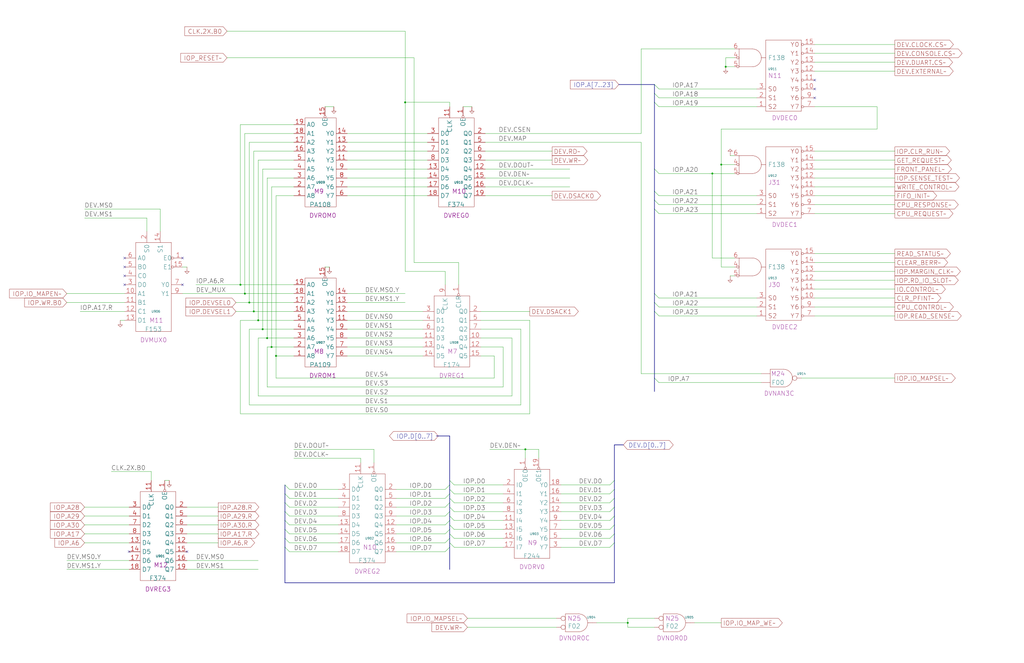
<source format=kicad_sch>
(kicad_sch (version 20211123) (generator eeschema)
  (paper "User" 584.2 378.46)
  (title_block (title "DEVICES\\nINTERFACE LOGIC") (date "22-SEP-90") (rev "2.0") (comment 1 "IOC") (comment 2 "232-003061") (comment 3 "S400") (comment 4 "RELEASED"))
  (lib_symbols
    (symbol "r1000:F00" (pin_numbers hide) (pin_names hide)
      (property "Reference" "U" (at 15.24 0 0))
      (property "Value" "F00" (at 1.905 -5.08 0))
      (property "Location" "___" (at 1.905 0 0))
      (property "Name" "______" (at 2.54 -12.7 0))
      (symbol "F00_1_1"
        (pin input line (at -7.62 0 0) (length 5.08) (name "D0") (number "1"))
        (pin input line (at -7.62 -5.08 0) (length 5.08) (name "D1") (number "2"))
        (pin output line (at 15.24 -2.54 180) (length 2.54) (name "Q") (number "3"))
      )
      (symbol "F00_1_2"
        (pin input line (at -7.62 0 0) (length 2.54) (name "D0") (number "1"))
        (pin input line (at -7.62 -5.08 0) (length 2.54) (name "D1") (number "2"))
        (pin output line (at 15.24 -2.54 180) (length 5.08) (name "Q") (number "3"))
      )
    )
    (symbol "r1000:F02" (pin_numbers hide) (pin_names hide)
      (property "Reference" "U" (at 12.16 0.635 0))
      (property "Value" "F02" (at -1.27 -4.445 0))
      (property "Location" "___" (at 2.54 0 0))
      (property "Name" "______" (at 2.54 -12.7 0))
      (symbol "F02_1_1"
        (pin input line (at -7.62 0 0) (length 2.54) (name "D0") (number "1"))
        (pin input line (at -7.62 -5.08 0) (length 2.54) (name "D1") (number "2"))
        (pin output line (at 15.24 -2.54 180) (length 1.27) (name "Q") (number "3"))
      )
      (symbol "F02_1_2"
        (pin input line (at -7.62 0 0) (length 2.54) (name "D0") (number "1"))
        (pin input line (at -7.62 -5.08 0) (length 2.54) (name "D1") (number "2"))
        (pin output line (at 15.24 -2.54 180) (length 2.54) (name "Q") (number "3"))
      )
    )
    (symbol "r1000:F138" (pin_names (offset 1.016) hide)
      (property "Reference" "U" (at 1.27 3.81 0))
      (property "Value" "F138" (at -1.27 10.16 0))
      (property "Location" "___" (at -1.27 0 0))
      (property "Name" "______" (at 8.255 -24.13 0))
      (symbol "F138_1_1"
        (text "0" (at 2.54 -7.62 0) (effects (font (size 2.54 2.54))))
        (text "0" (at 15.24 17.78 0) (effects (font (size 2.54 2.54))))
        (text "1" (at 2.54 -12.7 0) (effects (font (size 2.54 2.54))))
        (text "1" (at 15.24 12.7 0) (effects (font (size 2.54 2.54))))
        (text "2" (at 2.54 -17.78 0) (effects (font (size 2.54 2.54))))
        (text "2" (at 15.24 7.62 0) (effects (font (size 2.54 2.54))))
        (text "3" (at 15.24 2.54 0) (effects (font (size 2.54 2.54))))
        (text "4" (at 15.24 -2.54 0) (effects (font (size 2.54 2.54))))
        (text "5" (at 15.24 -7.62 0) (effects (font (size 2.54 2.54))))
        (text "6" (at 15.24 -12.7 0) (effects (font (size 2.54 2.54))))
        (text "7" (at 15.24 -17.78 0) (effects (font (size 2.54 2.54))))
        (text "S" (at 0 -17.78 0) (effects (font (size 2.54 2.54))))
        (text "S" (at 0 -12.7 0) (effects (font (size 2.54 2.54))))
        (text "S" (at 0 -7.62 0) (effects (font (size 2.54 2.54))))
        (text "Y" (at 12.7 -17.78 0) (effects (font (size 2.54 2.54))))
        (text "Y" (at 12.7 -12.7 0) (effects (font (size 2.54 2.54))))
        (text "Y" (at 12.7 -7.62 0) (effects (font (size 2.54 2.54))))
        (text "Y" (at 12.7 -2.54 0) (effects (font (size 2.54 2.54))))
        (text "Y" (at 12.7 2.54 0) (effects (font (size 2.54 2.54))))
        (text "Y" (at 12.7 7.62 0) (effects (font (size 2.54 2.54))))
        (text "Y" (at 12.7 12.7 0) (effects (font (size 2.54 2.54))))
        (text "Y" (at 12.7 17.78 0) (effects (font (size 2.54 2.54))))
        (pin input line (at -7.62 -17.78 0) (length 5.08) (name "S2") (number "1"))
        (pin output line (at 25.4 -7.62 180) (length 6.35) (name "Y5_") (number "10"))
        (pin output line (at 25.4 -2.54 180) (length 6.35) (name "Y4_") (number "11"))
        (pin output line (at 25.4 2.54 180) (length 6.35) (name "Y3_") (number "12"))
        (pin output line (at 25.4 7.62 180) (length 6.35) (name "Y2_") (number "13"))
        (pin output line (at 25.4 12.7 180) (length 6.35) (name "Y1_") (number "14"))
        (pin output line (at 25.4 17.78 180) (length 6.35) (name "Y0_") (number "15"))
        (pin input line (at -7.62 -12.7 0) (length 5.08) (name "S1") (number "2"))
        (pin input line (at -7.62 -7.62 0) (length 5.08) (name "S0") (number "3"))
        (pin input line (at -20.32 10.16 0) (length 1.27) (name "D1") (number "4"))
        (pin input line (at -20.32 5.08 0) (length 1.27) (name "D2") (number "5"))
        (pin input line (at -20.32 15.24 0) (length 1.27) (name "D0") (number "6"))
        (pin output line (at 25.4 -17.78 180) (length 6.35) (name "Y7_") (number "7"))
        (pin output line (at 25.4 -12.7 180) (length 6.35) (name "Y6_") (number "9"))
      )
    )
    (symbol "r1000:F153" (pin_names (offset 1.016))
      (property "Reference" "U" (at 2.54 5.08 0))
      (property "Value" "F153" (at -3.81 -5.08 0))
      (property "Location" "___" (at -1.27 0 0))
      (property "Name" "______" (at 1.27 -12.7 0))
      (symbol "F153_1_1"
        (pin input line (at 17.78 35.56 180) (length 5.08) (name "E0") (number "1"))
        (pin input line (at -15.24 15.24 0) (length 6.35) (name "A1") (number "10"))
        (pin input line (at -15.24 10.16 0) (length 6.35) (name "B1") (number "11"))
        (pin input line (at -15.24 5.08 0) (length 6.35) (name "C1") (number "12"))
        (pin input line (at -15.24 0 0) (length 6.35) (name "D1") (number "13"))
        (pin input line (at 5.08 50.8 270) (length 6.35) (name "S1") (number "14"))
        (pin input line (at 17.78 30.48 180) (length 5.08) (name "E1") (number "15"))
        (pin input line (at -2.54 50.8 270) (length 6.35) (name "S0") (number "2"))
        (pin input line (at -15.24 20.32 0) (length 6.35) (name "D0") (number "3"))
        (pin input line (at -15.24 25.4 0) (length 6.35) (name "C0") (number "4"))
        (pin input line (at -15.24 30.48 0) (length 6.35) (name "B0") (number "5"))
        (pin input line (at -15.24 35.56 0) (length 6.35) (name "A0") (number "6"))
        (pin output line (at 17.78 20.32 180) (length 6.35) (name "Y0") (number "7"))
        (pin output line (at 17.78 15.24 180) (length 6.35) (name "Y1") (number "9"))
      )
    )
    (symbol "r1000:F174" (pin_names (offset 1.016))
      (property "Reference" "U" (at 2.54 5.08 0))
      (property "Value" "F174" (at -3.81 -7.62 0))
      (property "Location" "___" (at -1.27 0 0))
      (property "Name" "______" (at 1.27 -15.24 0))
      (symbol "F174_1_1"
        (pin input line (at 5.08 38.1 270) (length 5.08) (name "CLR") (number "1"))
        (pin output line (at 17.78 7.62 180) (length 6.35) (name "Q3") (number "10"))
        (pin input line (at -15.24 7.62 0) (length 6.35) (name "D3") (number "11"))
        (pin output line (at 17.78 2.54 180) (length 6.35) (name "Q4") (number "12"))
        (pin input line (at -15.24 2.54 0) (length 6.35) (name "D4") (number "13"))
        (pin input line (at -15.24 -2.54 0) (length 6.35) (name "D5") (number "14"))
        (pin output line (at 17.78 -2.54 180) (length 6.35) (name "Q5") (number "15"))
        (pin output line (at 17.78 22.86 180) (length 6.35) (name "Q0") (number "2"))
        (pin input line (at -15.24 22.86 0) (length 6.35) (name "D0") (number "3"))
        (pin input line (at -15.24 17.78 0) (length 6.35) (name "D1") (number "4"))
        (pin output line (at 17.78 17.78 180) (length 6.35) (name "Q1") (number "5"))
        (pin input line (at -15.24 12.7 0) (length 6.35) (name "D2") (number "6"))
        (pin output line (at 17.78 12.7 180) (length 6.35) (name "Q2") (number "7"))
        (pin input line (at -2.54 38.1 270) (length 6.35) (name "CLK") (number "9"))
      )
    )
    (symbol "r1000:F244" (pin_names (offset 1.016))
      (property "Reference" "U" (at 2.54 5.08 0))
      (property "Value" "F244" (at -3.81 -7.62 0))
      (property "Location" "___" (at -1.27 0 0))
      (property "Name" "______" (at 1.27 -15.24 0))
      (symbol "F244_1_1"
        (pin input line (at -2.54 48.26 270) (length 5.08) (name "OE0") (number "1"))
        (pin input line (at -15.24 12.7 0) (length 6.35) (name "I4") (number "11"))
        (pin tri_state line (at 17.78 17.78 180) (length 6.35) (name "Y3") (number "12"))
        (pin input line (at -15.24 7.62 0) (length 6.35) (name "I5") (number "13"))
        (pin tri_state line (at 17.78 22.86 180) (length 6.35) (name "Y2") (number "14"))
        (pin input line (at -15.24 2.54 0) (length 6.35) (name "I6") (number "15"))
        (pin tri_state line (at 17.78 27.94 180) (length 6.35) (name "Y1") (number "16"))
        (pin input line (at -15.24 -2.54 0) (length 6.35) (name "I7") (number "17"))
        (pin tri_state line (at 17.78 33.02 180) (length 6.35) (name "Y0") (number "18"))
        (pin input line (at 5.08 48.26 270) (length 5.08) (name "OE1") (number "19"))
        (pin input line (at -15.24 33.02 0) (length 6.35) (name "I0") (number "2"))
        (pin tri_state line (at 17.78 -2.54 180) (length 6.35) (name "Y7") (number "3"))
        (pin input line (at -15.24 27.94 0) (length 6.35) (name "I1") (number "4"))
        (pin tri_state line (at 17.78 2.54 180) (length 6.35) (name "Y6") (number "5"))
        (pin input line (at -15.24 22.86 0) (length 6.35) (name "I2") (number "6"))
        (pin tri_state line (at 17.78 7.62 180) (length 6.35) (name "Y5") (number "7"))
        (pin input line (at -15.24 17.78 0) (length 6.35) (name "I3") (number "8"))
        (pin tri_state line (at 17.78 12.7 180) (length 6.35) (name "Y4") (number "9"))
      )
    )
    (symbol "r1000:F374" (pin_names (offset 1.016))
      (property "Reference" "U" (at 2.54 5.08 0))
      (property "Value" "F374" (at -3.81 -7.62 0))
      (property "Location" "___" (at -1.27 0 0))
      (property "Name" "______" (at 1.27 -15.24 0))
      (symbol "F374_1_1"
        (pin input line (at 5.08 48.26 270) (length 5.08) (name "OE") (number "1"))
        (pin input line (at -2.54 48.26 270) (length 6.35) (name "CLK") (number "11"))
        (pin tri_state line (at 17.78 12.7 180) (length 6.35) (name "Q4") (number "12"))
        (pin input line (at -15.24 12.7 0) (length 6.35) (name "D4") (number "13"))
        (pin input line (at -15.24 7.62 0) (length 6.35) (name "D5") (number "14"))
        (pin tri_state line (at 17.78 7.62 180) (length 6.35) (name "Q5") (number "15"))
        (pin tri_state line (at 17.78 2.54 180) (length 6.35) (name "Q6") (number "16"))
        (pin input line (at -15.24 2.54 0) (length 6.35) (name "D6") (number "17"))
        (pin input line (at -15.24 -2.54 0) (length 6.35) (name "D7") (number "18"))
        (pin tri_state line (at 17.78 -2.54 180) (length 6.35) (name "Q7") (number "19"))
        (pin tri_state line (at 17.78 33.02 180) (length 6.35) (name "Q0") (number "2"))
        (pin input line (at -15.24 33.02 0) (length 6.35) (name "D0") (number "3"))
        (pin input line (at -15.24 27.94 0) (length 6.35) (name "D1") (number "4"))
        (pin tri_state line (at 17.78 27.94 180) (length 6.35) (name "Q1") (number "5"))
        (pin tri_state line (at 17.78 22.86 180) (length 6.35) (name "Q2") (number "6"))
        (pin input line (at -15.24 22.86 0) (length 6.35) (name "D2") (number "7"))
        (pin input line (at -15.24 17.78 0) (length 6.35) (name "D3") (number "8"))
        (pin tri_state line (at 17.78 17.78 180) (length 6.35) (name "Q3") (number "9"))
      )
    )
    (symbol "r1000:PAxxx" (pin_names (offset 1.016))
      (property "Reference" "U" (at 2.54 5.08 0))
      (property "Value" "PAxxx" (at -3.81 -7.62 0))
      (property "Location" "___" (at -1.27 0 0))
      (property "Name" "______" (at 3.81 -15.24 0))
      (symbol "PAxxx_1_1"
        (pin input line (at -12.7 -2.54 0) (length 6.35) (name "A8") (number "1"))
        (pin tri_state line (at 17.78 17.78 180) (length 6.35) (name "Y3") (number "11"))
        (pin tri_state line (at 17.78 22.86 180) (length 6.35) (name "Y2") (number "12"))
        (pin tri_state line (at 17.78 27.94 180) (length 6.35) (name "Y1") (number "13"))
        (pin tri_state line (at 17.78 33.02 180) (length 6.35) (name "Y0") (number "14"))
        (pin input line (at 5.08 48.26 270) (length 5.08) (name "OE") (number "15"))
        (pin input line (at -12.7 22.86 0) (length 6.35) (name "A3") (number "16"))
        (pin input line (at -12.7 27.94 0) (length 6.35) (name "A2") (number "17"))
        (pin input line (at -12.7 33.02 0) (length 6.35) (name "A1") (number "18"))
        (pin input line (at -12.7 38.1 0) (length 6.35) (name "A0") (number "19"))
        (pin input line (at -12.7 2.54 0) (length 6.35) (name "A7") (number "2"))
        (pin input line (at -12.7 7.62 0) (length 6.35) (name "A6") (number "3"))
        (pin input line (at -12.7 12.7 0) (length 6.35) (name "A5") (number "4"))
        (pin input line (at -12.7 17.78 0) (length 6.35) (name "A4") (number "5"))
        (pin tri_state line (at 17.78 -2.54 180) (length 6.35) (name "Y7") (number "6"))
        (pin tri_state line (at 17.78 2.54 180) (length 6.35) (name "Y6") (number "7"))
        (pin tri_state line (at 17.78 7.62 180) (length 6.35) (name "Y5") (number "8"))
        (pin tri_state line (at 17.78 12.7 180) (length 6.35) (name "Y4") (number "9"))
      )
    )
    (symbol "r1000:PD" (power) (pin_numbers hide) (pin_names hide) (in_bom no)
      (symbol "PD_1_1"
        (pin power_in line (at 0 0 270) (length 2.54) (name "PD") (number "1"))
      )
    )
    (symbol "r1000:PU" (power) (pin_numbers hide) (pin_names hide)
      (symbol "PU_1_1"
        (pin power_in line (at 0 0 90) (length 2.54) (name "PU") (number "1"))
      )
    )
  )
  (bus (pts (xy 162.56 276.86) (xy 162.56 281.94)))
  (bus (pts (xy 162.56 281.94) (xy 162.56 287.02)))
  (bus (pts (xy 162.56 287.02) (xy 162.56 292.1)))
  (bus (pts (xy 162.56 292.1) (xy 162.56 297.18)))
  (bus (pts (xy 162.56 297.18) (xy 162.56 302.26)))
  (bus (pts (xy 162.56 302.26) (xy 162.56 307.34)))
  (bus (pts (xy 162.56 307.34) (xy 162.56 312.42)))
  (bus (pts (xy 162.56 312.42) (xy 162.56 332.74)))
  (bus (pts (xy 162.56 332.74) (xy 350.52 332.74)))
  (bus (pts (xy 248.92 248.92) (xy 256.54 248.92)))
  (bus (pts (xy 256.54 248.92) (xy 256.54 274.32)))
  (bus (pts (xy 256.54 274.32) (xy 256.54 276.86)))
  (bus (pts (xy 256.54 276.86) (xy 256.54 279.4)))
  (bus (pts (xy 256.54 279.4) (xy 256.54 281.94)))
  (bus (pts (xy 256.54 281.94) (xy 256.54 284.48)))
  (bus (pts (xy 256.54 284.48) (xy 256.54 287.02)))
  (bus (pts (xy 256.54 287.02) (xy 256.54 289.56)))
  (bus (pts (xy 256.54 289.56) (xy 256.54 292.1)))
  (bus (pts (xy 256.54 292.1) (xy 256.54 294.64)))
  (bus (pts (xy 256.54 294.64) (xy 256.54 297.18)))
  (bus (pts (xy 256.54 297.18) (xy 256.54 299.72)))
  (bus (pts (xy 256.54 299.72) (xy 256.54 302.26)))
  (bus (pts (xy 256.54 302.26) (xy 256.54 304.8)))
  (bus (pts (xy 256.54 304.8) (xy 256.54 307.34)))
  (bus (pts (xy 256.54 307.34) (xy 256.54 309.88)))
  (bus (pts (xy 256.54 309.88) (xy 256.54 312.42)))
  (bus (pts (xy 256.54 312.42) (xy 256.54 325.12)))
  (bus (pts (xy 350.52 254) (xy 350.52 274.32)))
  (bus (pts (xy 350.52 254) (xy 355.6 254)))
  (bus (pts (xy 350.52 274.32) (xy 350.52 279.4)))
  (bus (pts (xy 350.52 279.4) (xy 350.52 284.48)))
  (bus (pts (xy 350.52 284.48) (xy 350.52 289.56)))
  (bus (pts (xy 350.52 289.56) (xy 350.52 294.64)))
  (bus (pts (xy 350.52 294.64) (xy 350.52 299.72)))
  (bus (pts (xy 350.52 299.72) (xy 350.52 304.8)))
  (bus (pts (xy 350.52 304.8) (xy 350.52 309.88)))
  (bus (pts (xy 350.52 309.88) (xy 350.52 332.74)))
  (bus (pts (xy 353.06 48.26) (xy 373.38 48.26)))
  (bus (pts (xy 373.38 109.22) (xy 373.38 114.3)))
  (bus (pts (xy 373.38 114.3) (xy 373.38 119.38)))
  (bus (pts (xy 373.38 119.38) (xy 373.38 167.64)))
  (bus (pts (xy 373.38 167.64) (xy 373.38 172.72)))
  (bus (pts (xy 373.38 172.72) (xy 373.38 177.8)))
  (bus (pts (xy 373.38 177.8) (xy 373.38 215.9)))
  (bus (pts (xy 373.38 215.9) (xy 373.38 223.52)))
  (bus (pts (xy 373.38 48.26) (xy 373.38 53.34)))
  (bus (pts (xy 373.38 53.34) (xy 373.38 58.42)))
  (bus (pts (xy 373.38 58.42) (xy 373.38 96.52)))
  (bus (pts (xy 373.38 96.52) (xy 373.38 109.22)))
  (wire (pts (xy 104.14 152.4) (xy 106.68 152.4)))
  (wire (pts (xy 104.14 167.64) (xy 139.7 167.64)))
  (wire (pts (xy 106.68 289.56) (xy 124.46 289.56)))
  (wire (pts (xy 106.68 294.64) (xy 124.46 294.64)))
  (wire (pts (xy 106.68 299.72) (xy 124.46 299.72)))
  (wire (pts (xy 106.68 304.8) (xy 124.46 304.8)))
  (wire (pts (xy 106.68 309.88) (xy 124.46 309.88)))
  (wire (pts (xy 106.68 320.04) (xy 147.32 320.04)))
  (wire (pts (xy 106.68 325.12) (xy 147.32 325.12)))
  (wire (pts (xy 111.76 162.56) (xy 137.16 162.56)))
  (wire (pts (xy 129.54 33.02) (xy 236.22 33.02)))
  (wire (pts (xy 134.62 172.72) (xy 142.24 172.72)))
  (wire (pts (xy 134.62 177.8) (xy 144.78 177.8)))
  (wire (pts (xy 137.16 162.56) (xy 167.64 162.56)))
  (wire (pts (xy 137.16 182.88) (xy 147.32 182.88)))
  (wire (pts (xy 137.16 236.22) (xy 137.16 182.88)))
  (wire (pts (xy 137.16 71.12) (xy 137.16 162.56)))
  (wire (pts (xy 139.7 167.64) (xy 139.7 76.2)))
  (wire (pts (xy 139.7 167.64) (xy 167.64 167.64)))
  (wire (pts (xy 139.7 76.2) (xy 167.64 76.2)))
  (wire (pts (xy 142.24 172.72) (xy 167.64 172.72)))
  (wire (pts (xy 142.24 187.96) (xy 142.24 231.14)))
  (wire (pts (xy 142.24 231.14) (xy 297.18 231.14)))
  (wire (pts (xy 142.24 81.28) (xy 142.24 172.72)))
  (wire (pts (xy 144.78 177.8) (xy 144.78 86.36)))
  (wire (pts (xy 144.78 177.8) (xy 167.64 177.8)))
  (wire (pts (xy 144.78 86.36) (xy 167.64 86.36)))
  (wire (pts (xy 147.32 182.88) (xy 167.64 182.88)))
  (wire (pts (xy 147.32 193.04) (xy 152.4 193.04)))
  (wire (pts (xy 147.32 226.06) (xy 147.32 193.04)))
  (wire (pts (xy 147.32 91.44) (xy 147.32 182.88)))
  (wire (pts (xy 149.86 187.96) (xy 142.24 187.96)))
  (wire (pts (xy 149.86 187.96) (xy 149.86 96.52)))
  (wire (pts (xy 149.86 96.52) (xy 167.64 96.52)))
  (wire (pts (xy 152.4 101.6) (xy 152.4 193.04)))
  (wire (pts (xy 152.4 193.04) (xy 167.64 193.04)))
  (wire (pts (xy 152.4 198.12) (xy 152.4 220.98)))
  (wire (pts (xy 152.4 220.98) (xy 287.02 220.98)))
  (wire (pts (xy 154.94 106.68) (xy 167.64 106.68)))
  (wire (pts (xy 154.94 198.12) (xy 152.4 198.12)))
  (wire (pts (xy 154.94 198.12) (xy 154.94 106.68)))
  (wire (pts (xy 157.48 111.76) (xy 157.48 203.2)))
  (wire (pts (xy 157.48 203.2) (xy 167.64 203.2)))
  (wire (pts (xy 157.48 215.9) (xy 157.48 203.2)))
  (wire (pts (xy 165.1 279.4) (xy 193.04 279.4)))
  (wire (pts (xy 165.1 284.48) (xy 193.04 284.48)))
  (wire (pts (xy 165.1 289.56) (xy 193.04 289.56)))
  (wire (pts (xy 165.1 294.64) (xy 193.04 294.64)))
  (wire (pts (xy 165.1 299.72) (xy 193.04 299.72)))
  (wire (pts (xy 165.1 304.8) (xy 193.04 304.8)))
  (wire (pts (xy 165.1 309.88) (xy 193.04 309.88)))
  (wire (pts (xy 165.1 314.96) (xy 193.04 314.96)))
  (wire (pts (xy 167.64 101.6) (xy 152.4 101.6)))
  (wire (pts (xy 167.64 111.76) (xy 157.48 111.76)))
  (wire (pts (xy 167.64 187.96) (xy 149.86 187.96)))
  (wire (pts (xy 167.64 198.12) (xy 154.94 198.12)))
  (wire (pts (xy 167.64 256.54) (xy 213.36 256.54)))
  (wire (pts (xy 167.64 261.62) (xy 205.74 261.62)))
  (wire (pts (xy 167.64 71.12) (xy 137.16 71.12)))
  (wire (pts (xy 167.64 81.28) (xy 142.24 81.28)))
  (wire (pts (xy 167.64 91.44) (xy 147.32 91.44)))
  (wire (pts (xy 185.42 152.4) (xy 187.96 152.4)))
  (wire (pts (xy 185.42 60.96) (xy 190.5 60.96)))
  (wire (pts (xy 198.12 101.6) (xy 243.84 101.6)))
  (wire (pts (xy 198.12 106.68) (xy 243.84 106.68)))
  (wire (pts (xy 198.12 111.76) (xy 243.84 111.76)))
  (wire (pts (xy 198.12 167.64) (xy 231.14 167.64)))
  (wire (pts (xy 198.12 172.72) (xy 231.14 172.72)))
  (wire (pts (xy 198.12 177.8) (xy 241.3 177.8)))
  (wire (pts (xy 198.12 182.88) (xy 241.3 182.88)))
  (wire (pts (xy 198.12 187.96) (xy 241.3 187.96)))
  (wire (pts (xy 198.12 193.04) (xy 241.3 193.04)))
  (wire (pts (xy 198.12 198.12) (xy 241.3 198.12)))
  (wire (pts (xy 198.12 203.2) (xy 241.3 203.2)))
  (wire (pts (xy 198.12 76.2) (xy 243.84 76.2)))
  (wire (pts (xy 198.12 81.28) (xy 243.84 81.28)))
  (wire (pts (xy 198.12 86.36) (xy 243.84 86.36)))
  (wire (pts (xy 198.12 91.44) (xy 243.84 91.44)))
  (wire (pts (xy 198.12 96.52) (xy 243.84 96.52)))
  (wire (pts (xy 205.74 261.62) (xy 205.74 264.16)))
  (wire (pts (xy 213.36 256.54) (xy 213.36 264.16)))
  (wire (pts (xy 226.06 279.4) (xy 254 279.4)))
  (wire (pts (xy 226.06 284.48) (xy 254 284.48)))
  (wire (pts (xy 226.06 289.56) (xy 254 289.56)))
  (wire (pts (xy 226.06 294.64) (xy 254 294.64)))
  (wire (pts (xy 226.06 299.72) (xy 254 299.72)))
  (wire (pts (xy 226.06 304.8) (xy 254 304.8)))
  (wire (pts (xy 226.06 309.88) (xy 254 309.88)))
  (wire (pts (xy 226.06 314.96) (xy 254 314.96)))
  (wire (pts (xy 231.14 154.94) (xy 231.14 58.42)))
  (wire (pts (xy 231.14 17.78) (xy 129.54 17.78)))
  (wire (pts (xy 231.14 58.42) (xy 231.14 17.78)))
  (wire (pts (xy 231.14 58.42) (xy 256.54 58.42)))
  (wire (pts (xy 236.22 149.86) (xy 261.62 149.86)))
  (wire (pts (xy 236.22 33.02) (xy 236.22 149.86)))
  (wire (pts (xy 254 154.94) (xy 231.14 154.94)))
  (wire (pts (xy 254 162.56) (xy 254 154.94)))
  (wire (pts (xy 256.54 60.96) (xy 256.54 58.42)))
  (wire (pts (xy 259.08 276.86) (xy 287.02 276.86)))
  (wire (pts (xy 259.08 281.94) (xy 287.02 281.94)))
  (wire (pts (xy 259.08 287.02) (xy 287.02 287.02)))
  (wire (pts (xy 259.08 292.1) (xy 287.02 292.1)))
  (wire (pts (xy 259.08 297.18) (xy 287.02 297.18)))
  (wire (pts (xy 259.08 302.26) (xy 287.02 302.26)))
  (wire (pts (xy 259.08 307.34) (xy 287.02 307.34)))
  (wire (pts (xy 259.08 312.42) (xy 287.02 312.42)))
  (wire (pts (xy 261.62 149.86) (xy 261.62 162.56)))
  (wire (pts (xy 264.16 60.96) (xy 269.24 60.96)))
  (wire (pts (xy 266.7 353.06) (xy 317.5 353.06)))
  (wire (pts (xy 266.7 358.14) (xy 317.5 358.14)))
  (wire (pts (xy 274.32 177.8) (xy 302.26 177.8)))
  (wire (pts (xy 274.32 182.88) (xy 302.26 182.88)))
  (wire (pts (xy 274.32 193.04) (xy 292.1 193.04)))
  (wire (pts (xy 274.32 203.2) (xy 281.94 203.2)))
  (wire (pts (xy 276.86 101.6) (xy 325.12 101.6)))
  (wire (pts (xy 276.86 106.68) (xy 325.12 106.68)))
  (wire (pts (xy 276.86 111.76) (xy 314.96 111.76)))
  (wire (pts (xy 276.86 81.28) (xy 365.76 81.28)))
  (wire (pts (xy 276.86 86.36) (xy 314.96 86.36)))
  (wire (pts (xy 276.86 91.44) (xy 314.96 91.44)))
  (wire (pts (xy 276.86 96.52) (xy 325.12 96.52)))
  (wire (pts (xy 279.4 256.54) (xy 299.72 256.54)))
  (wire (pts (xy 281.94 203.2) (xy 281.94 215.9)))
  (wire (pts (xy 281.94 215.9) (xy 157.48 215.9)))
  (wire (pts (xy 287.02 198.12) (xy 274.32 198.12)))
  (wire (pts (xy 287.02 220.98) (xy 287.02 198.12)))
  (wire (pts (xy 292.1 193.04) (xy 292.1 226.06)))
  (wire (pts (xy 292.1 226.06) (xy 147.32 226.06)))
  (wire (pts (xy 297.18 187.96) (xy 274.32 187.96)))
  (wire (pts (xy 297.18 231.14) (xy 297.18 187.96)))
  (wire (pts (xy 299.72 256.54) (xy 299.72 261.62)))
  (wire (pts (xy 299.72 256.54) (xy 307.34 256.54)))
  (wire (pts (xy 302.26 182.88) (xy 302.26 236.22)))
  (wire (pts (xy 302.26 236.22) (xy 137.16 236.22)))
  (wire (pts (xy 307.34 256.54) (xy 307.34 261.62)))
  (wire (pts (xy 320.04 276.86) (xy 347.98 276.86)))
  (wire (pts (xy 320.04 281.94) (xy 347.98 281.94)))
  (wire (pts (xy 320.04 287.02) (xy 347.98 287.02)))
  (wire (pts (xy 320.04 292.1) (xy 347.98 292.1)))
  (wire (pts (xy 320.04 297.18) (xy 347.98 297.18)))
  (wire (pts (xy 320.04 302.26) (xy 347.98 302.26)))
  (wire (pts (xy 320.04 307.34) (xy 347.98 307.34)))
  (wire (pts (xy 320.04 312.42) (xy 347.98 312.42)))
  (wire (pts (xy 340.36 355.6) (xy 358.14 355.6)))
  (wire (pts (xy 358.14 353.06) (xy 373.38 353.06)))
  (wire (pts (xy 358.14 355.6) (xy 358.14 353.06)))
  (wire (pts (xy 358.14 358.14) (xy 358.14 355.6)))
  (wire (pts (xy 365.76 213.36) (xy 434.34 213.36)))
  (wire (pts (xy 365.76 27.94) (xy 365.76 76.2)))
  (wire (pts (xy 365.76 76.2) (xy 276.86 76.2)))
  (wire (pts (xy 365.76 81.28) (xy 365.76 213.36)))
  (wire (pts (xy 373.38 358.14) (xy 358.14 358.14)))
  (wire (pts (xy 375.92 111.76) (xy 431.8 111.76)))
  (wire (pts (xy 375.92 116.84) (xy 431.8 116.84)))
  (wire (pts (xy 375.92 121.92) (xy 431.8 121.92)))
  (wire (pts (xy 375.92 170.18) (xy 431.8 170.18)))
  (wire (pts (xy 375.92 175.26) (xy 431.8 175.26)))
  (wire (pts (xy 375.92 180.34) (xy 431.8 180.34)))
  (wire (pts (xy 375.92 218.44) (xy 434.34 218.44)))
  (wire (pts (xy 375.92 50.8) (xy 431.8 50.8)))
  (wire (pts (xy 375.92 55.88) (xy 431.8 55.88)))
  (wire (pts (xy 375.92 60.96) (xy 431.8 60.96)))
  (wire (pts (xy 375.92 99.06) (xy 406.4 99.06)))
  (wire (pts (xy 38.1 167.64) (xy 71.12 167.64)))
  (wire (pts (xy 38.1 172.72) (xy 71.12 172.72)))
  (wire (pts (xy 38.1 320.04) (xy 73.66 320.04)))
  (wire (pts (xy 38.1 325.12) (xy 73.66 325.12)))
  (wire (pts (xy 396.24 355.6) (xy 411.48 355.6)))
  (wire (pts (xy 406.4 147.32) (xy 419.1 147.32)))
  (wire (pts (xy 406.4 99.06) (xy 406.4 147.32)))
  (wire (pts (xy 406.4 99.06) (xy 419.1 99.06)))
  (wire (pts (xy 411.48 152.4) (xy 419.1 152.4)))
  (wire (pts (xy 411.48 73.66) (xy 411.48 93.98)))
  (wire (pts (xy 411.48 93.98) (xy 411.48 152.4)))
  (wire (pts (xy 411.48 93.98) (xy 419.1 93.98)))
  (wire (pts (xy 414.02 33.02) (xy 414.02 38.1)))
  (wire (pts (xy 414.02 38.1) (xy 419.1 38.1)))
  (wire (pts (xy 416.56 157.48) (xy 419.1 157.48)))
  (wire (pts (xy 416.56 88.9) (xy 419.1 88.9)))
  (wire (pts (xy 419.1 27.94) (xy 365.76 27.94)))
  (wire (pts (xy 419.1 33.02) (xy 414.02 33.02)))
  (wire (pts (xy 45.72 177.8) (xy 71.12 177.8)))
  (wire (pts (xy 457.2 215.9) (xy 510.54 215.9)))
  (wire (pts (xy 464.82 101.6) (xy 510.54 101.6)))
  (wire (pts (xy 464.82 106.68) (xy 510.54 106.68)))
  (wire (pts (xy 464.82 111.76) (xy 510.54 111.76)))
  (wire (pts (xy 464.82 116.84) (xy 510.54 116.84)))
  (wire (pts (xy 464.82 121.92) (xy 510.54 121.92)))
  (wire (pts (xy 464.82 144.78) (xy 510.54 144.78)))
  (wire (pts (xy 464.82 149.86) (xy 510.54 149.86)))
  (wire (pts (xy 464.82 154.94) (xy 510.54 154.94)))
  (wire (pts (xy 464.82 160.02) (xy 510.54 160.02)))
  (wire (pts (xy 464.82 165.1) (xy 510.54 165.1)))
  (wire (pts (xy 464.82 170.18) (xy 510.54 170.18)))
  (wire (pts (xy 464.82 175.26) (xy 510.54 175.26)))
  (wire (pts (xy 464.82 180.34) (xy 510.54 180.34)))
  (wire (pts (xy 464.82 25.4) (xy 510.54 25.4)))
  (wire (pts (xy 464.82 30.48) (xy 510.54 30.48)))
  (wire (pts (xy 464.82 35.56) (xy 510.54 35.56)))
  (wire (pts (xy 464.82 40.64) (xy 510.54 40.64)))
  (wire (pts (xy 464.82 60.96) (xy 500.38 60.96)))
  (wire (pts (xy 464.82 86.36) (xy 510.54 86.36)))
  (wire (pts (xy 464.82 91.44) (xy 510.54 91.44)))
  (wire (pts (xy 464.82 96.52) (xy 510.54 96.52)))
  (wire (pts (xy 48.26 119.38) (xy 91.44 119.38)))
  (wire (pts (xy 48.26 124.46) (xy 83.82 124.46)))
  (wire (pts (xy 48.26 289.56) (xy 73.66 289.56)))
  (wire (pts (xy 48.26 294.64) (xy 73.66 294.64)))
  (wire (pts (xy 48.26 299.72) (xy 73.66 299.72)))
  (wire (pts (xy 48.26 304.8) (xy 73.66 304.8)))
  (wire (pts (xy 48.26 309.88) (xy 73.66 309.88)))
  (wire (pts (xy 500.38 60.96) (xy 500.38 73.66)))
  (wire (pts (xy 500.38 73.66) (xy 411.48 73.66)))
  (wire (pts (xy 63.5 269.24) (xy 86.36 269.24)))
  (wire (pts (xy 68.58 182.88) (xy 71.12 182.88)))
  (wire (pts (xy 83.82 124.46) (xy 83.82 132.08)))
  (wire (pts (xy 86.36 269.24) (xy 86.36 274.32)))
  (wire (pts (xy 91.44 119.38) (xy 91.44 132.08)))
  (wire (pts (xy 93.98 274.32) (xy 96.52 274.32)))
  (global_label "IOP.IO_MAPEN~" (shape input) (at 38.1 167.64 180) (effects (font (size 2.54 2.54))) (property "Intersheet References" "${INTERSHEET_REFS}" (at 5.074 167.4813 0) (effects (font (size 2.54 2.54)) (justify right))))
  (global_label "IOP.WR.B0" (shape input) (at 38.1 172.72 180) (effects (font (size 2.54 2.54))) (property "Intersheet References" "${INTERSHEET_REFS}" (at 13.6616 172.5613 0) (effects (font (size 2.54 2.54)) (justify right))))
  (label "DEV.MS0.Y" (at 38.1 320.04 0) (effects (font (size 2.54 2.54))))
  (label "DEV.MS1.Y" (at 38.1 325.12 0) (effects (font (size 2.54 2.54))))
  (label "IOP.A17.R" (at 45.72 177.8 0) (effects (font (size 2.54 2.54))))
  (label "DEV.MS0" (at 48.26 119.38 0) (effects (font (size 2.54 2.54))))
  (label "DEV.MS1" (at 48.26 124.46 0) (effects (font (size 2.54 2.54))))
  (global_label "IOP.A28" (shape input) (at 48.26 289.56 180) (effects (font (size 2.54 2.54))) (property "Intersheet References" "${INTERSHEET_REFS}" (at 28.4178 289.4013 0) (effects (font (size 2.54 2.54)) (justify right))))
  (global_label "IOP.A29" (shape input) (at 48.26 294.64 180) (effects (font (size 2.54 2.54))) (property "Intersheet References" "${INTERSHEET_REFS}" (at 28.4178 294.4813 0) (effects (font (size 2.54 2.54)) (justify right))))
  (global_label "IOP.A30" (shape input) (at 48.26 299.72 180) (effects (font (size 2.54 2.54))) (property "Intersheet References" "${INTERSHEET_REFS}" (at 28.4178 299.5613 0) (effects (font (size 2.54 2.54)) (justify right))))
  (global_label "IOP.A17" (shape input) (at 48.26 304.8 180) (effects (font (size 2.54 2.54))) (property "Intersheet References" "${INTERSHEET_REFS}" (at 28.4178 304.6413 0) (effects (font (size 2.54 2.54)) (justify right))))
  (global_label "IOP.A6" (shape input) (at 48.26 309.88 180) (effects (font (size 2.54 2.54))) (property "Intersheet References" "${INTERSHEET_REFS}" (at 30.8368 309.7213 0) (effects (font (size 2.54 2.54)) (justify right))))
  (label "CLK.2X.B0" (at 63.5 269.24 0) (effects (font (size 2.54 2.54))))
  (symbol (lib_id "r1000:PD") (at 68.58 182.88 0) (unit 1) (in_bom no)
    (property "Reference" "#PWR0902" (effects hide))
    (property "Value" "PD" (effects hide))
  )
  (no_connect (at 71.12 147.32))
  (no_connect (at 71.12 152.4))
  (no_connect (at 71.12 157.48))
  (no_connect (at 71.12 162.56))
  (no_connect (at 73.66 314.96))
  (symbol (lib_id "r1000:F153") (at 86.36 182.88 0) (unit 1)
    (property "Reference" "U906" (at 88.9 177.8 0))
    (property "Value" "F153" (at 82.55 187.96 0) (effects (font (size 2.54 2.54)) (justify left)))
    (property "Location" "M11" (at 85.09 182.88 0) (effects (font (size 2.54 2.54)) (justify left)))
    (property "Name" "DVMUX0" (at 87.63 195.58 0) (effects (font (size 2.54 2.54)) (justify bottom)))
  )
  (symbol (lib_id "r1000:F374") (at 88.9 322.58 0) (unit 1)
    (property "Reference" "U901" (at 91.44 317.5 0))
    (property "Value" "F374" (at 85.09 330.2 0) (effects (font (size 2.54 2.54)) (justify left)))
    (property "Location" "M12" (at 87.63 322.58 0) (effects (font (size 2.54 2.54)) (justify left)))
    (property "Name" "DVREG3" (at 90.17 337.82 0) (effects (font (size 2.54 2.54)) (justify bottom)))
  )
  (symbol (lib_id "r1000:PD") (at 96.52 274.32 0) (unit 1) (in_bom no)
    (property "Reference" "#PWR0901" (effects hide))
    (property "Value" "PD" (effects hide))
  )
  (no_connect (at 104.14 147.32))
  (no_connect (at 104.14 162.56))
  (symbol (lib_id "r1000:PD") (at 106.68 152.4 0) (unit 1) (in_bom no)
    (property "Reference" "#PWR0141" (effects hide))
    (property "Value" "PD" (effects hide))
  )
  (no_connect (at 106.68 314.96))
  (label "IOP.A6.R" (at 111.76 162.56 0) (effects (font (size 2.54 2.54))))
  (label "DEV_MUX" (at 111.76 167.64 0) (effects (font (size 2.54 2.54))))
  (label "DEV.MS0" (at 111.76 320.04 0) (effects (font (size 2.54 2.54))))
  (label "DEV.MS1" (at 111.76 325.12 0) (effects (font (size 2.54 2.54))))
  (global_label "IOP.A28.R" (shape output) (at 124.46 289.56 0) (effects (font (size 2.54 2.54))) (property "Intersheet References" "${INTERSHEET_REFS}" (at 148.0518 289.4013 0) (effects (font (size 2.54 2.54)) (justify left))))
  (global_label "IOP.A29.R" (shape output) (at 124.46 294.64 0) (effects (font (size 2.54 2.54))) (property "Intersheet References" "${INTERSHEET_REFS}" (at 148.0518 294.4813 0) (effects (font (size 2.54 2.54)) (justify left))))
  (global_label "IOP.A30.R" (shape output) (at 124.46 299.72 0) (effects (font (size 2.54 2.54))) (property "Intersheet References" "${INTERSHEET_REFS}" (at 148.0518 299.5613 0) (effects (font (size 2.54 2.54)) (justify left))))
  (global_label "IOP.A17.R" (shape output) (at 124.46 304.8 0) (effects (font (size 2.54 2.54))) (property "Intersheet References" "${INTERSHEET_REFS}" (at 148.0518 304.6413 0) (effects (font (size 2.54 2.54)) (justify left))))
  (global_label "IOP.A6.R" (shape output) (at 124.46 309.88 0) (effects (font (size 2.54 2.54))) (property "Intersheet References" "${INTERSHEET_REFS}" (at 145.6327 309.7213 0) (effects (font (size 2.54 2.54)) (justify left))))
  (global_label "CLK.2X.B0" (shape input) (at 129.54 17.78 180) (effects (font (size 2.54 2.54))) (property "Intersheet References" "${INTERSHEET_REFS}" (at 104.9806 17.6213 0) (effects (font (size 2.54 2.54)) (justify right))))
  (global_label "IOP_RESET~" (shape input) (at 129.54 33.02 180) (effects (font (size 2.54 2.54))) (property "Intersheet References" "${INTERSHEET_REFS}" (at 102.6825 32.8613 0) (effects (font (size 2.54 2.54)) (justify right))))
  (global_label "IOP.DEVSEL0" (shape input) (at 134.62 172.72 180) (effects (font (size 2.54 2.54))) (property "Intersheet References" "${INTERSHEET_REFS}" (at 105.5854 172.5613 0) (effects (font (size 2.54 2.54)) (justify right))))
  (global_label "IOP.DEVSEL1" (shape input) (at 134.62 177.8 180) (effects (font (size 2.54 2.54))) (property "Intersheet References" "${INTERSHEET_REFS}" (at 105.5854 177.6413 0) (effects (font (size 2.54 2.54)) (justify right))))
  (junction (at 137.16 162.56))
  (junction (at 139.7 167.64))
  (junction (at 142.24 172.72))
  (junction (at 144.78 177.8))
  (junction (at 147.32 182.88))
  (junction (at 149.86 187.96))
  (junction (at 152.4 193.04))
  (junction (at 154.94 198.12))
  (junction (at 157.48 203.2))
  (bus_entry (at 162.56 276.86) (size 2.54 2.54))
  (bus_entry (at 162.56 281.94) (size 2.54 2.54))
  (bus_entry (at 162.56 287.02) (size 2.54 2.54))
  (bus_entry (at 162.56 292.1) (size 2.54 2.54))
  (bus_entry (at 162.56 297.18) (size 2.54 2.54))
  (bus_entry (at 162.56 302.26) (size 2.54 2.54))
  (bus_entry (at 162.56 307.34) (size 2.54 2.54))
  (bus_entry (at 162.56 312.42) (size 2.54 2.54))
  (label "DEV.DOUT~" (at 167.64 256.54 0) (effects (font (size 2.54 2.54))))
  (label "DEV.DCLK~" (at 167.64 261.62 0) (effects (font (size 2.54 2.54))))
  (label "DEV.D0" (at 167.64 279.4 0) (effects (font (size 2.54 2.54))))
  (label "DEV.D1" (at 167.64 284.48 0) (effects (font (size 2.54 2.54))))
  (label "DEV.D2" (at 167.64 289.56 0) (effects (font (size 2.54 2.54))))
  (label "DEV.D3" (at 167.64 294.64 0) (effects (font (size 2.54 2.54))))
  (label "DEV.D4" (at 167.64 299.72 0) (effects (font (size 2.54 2.54))))
  (label "DEV.D5" (at 167.64 304.8 0) (effects (font (size 2.54 2.54))))
  (label "DEV.D6" (at 167.64 309.88 0) (effects (font (size 2.54 2.54))))
  (label "DEV.D7" (at 167.64 314.96 0) (effects (font (size 2.54 2.54))))
  (symbol (lib_id "r1000:PAxxx") (at 180.34 109.22 0) (unit 1)
    (property "Reference" "U909" (at 182.88 104.14 0))
    (property "Value" "PA108" (at 176.53 116.84 0) (effects (font (size 2.54 2.54)) (justify left)))
    (property "Location" "M9" (at 179.07 109.22 0) (effects (font (size 2.54 2.54)) (justify left)))
    (property "Name" "DVROM0" (at 184.15 124.46 0) (effects (font (size 2.54 2.54)) (justify bottom)))
  )
  (symbol (lib_id "r1000:PAxxx") (at 180.34 200.66 0) (unit 1)
    (property "Reference" "U907" (at 182.88 195.58 0))
    (property "Value" "PA109" (at 176.53 208.28 0) (effects (font (size 2.54 2.54)) (justify left)))
    (property "Location" "M8" (at 179.07 200.66 0) (effects (font (size 2.54 2.54)) (justify left)))
    (property "Name" "DVROM1" (at 184.15 215.9 0) (effects (font (size 2.54 2.54)) (justify bottom)))
  )
  (symbol (lib_id "r1000:PD") (at 187.96 152.4 0) (unit 1) (in_bom no)
    (property "Reference" "#PWR0903" (effects hide))
    (property "Value" "PD" (effects hide))
  )
  (symbol (lib_id "r1000:PD") (at 190.5 60.96 0) (unit 1) (in_bom no)
    (property "Reference" "#PWR0904" (effects hide))
    (property "Value" "PD" (effects hide))
  )
  (label "DEV.MS0.Y" (at 208.28 167.64 0) (effects (font (size 2.54 2.54))))
  (label "DEV.MS1.Y" (at 208.28 172.72 0) (effects (font (size 2.54 2.54))))
  (label "DEV.NS0" (at 208.28 182.88 0) (effects (font (size 2.54 2.54))))
  (label "DEV.NS1" (at 208.28 187.96 0) (effects (font (size 2.54 2.54))))
  (label "DEV.NS2" (at 208.28 193.04 0) (effects (font (size 2.54 2.54))))
  (label "DEV.NS3" (at 208.28 198.12 0) (effects (font (size 2.54 2.54))))
  (label "DEV.NS4" (at 208.28 203.2 0) (effects (font (size 2.54 2.54))))
  (label "DEV.S4" (at 208.28 215.9 0) (effects (font (size 2.54 2.54))))
  (label "DEV.S3" (at 208.28 220.98 0) (effects (font (size 2.54 2.54))))
  (label "DEV.S2" (at 208.28 226.06 0) (effects (font (size 2.54 2.54))))
  (label "DEV.S1" (at 208.28 231.14 0) (effects (font (size 2.54 2.54))))
  (label "DEV.S0" (at 208.28 236.22 0) (effects (font (size 2.54 2.54))))
  (symbol (lib_id "r1000:F374") (at 208.28 312.42 0) (unit 1)
    (property "Reference" "U902" (at 210.82 307.34 0))
    (property "Value" "F374" (at 204.47 320.04 0) (effects (font (size 2.54 2.54)) (justify left)))
    (property "Location" "N10" (at 207.01 312.42 0) (effects (font (size 2.54 2.54)) (justify left)))
    (property "Name" "DVREG2" (at 209.55 327.66 0) (effects (font (size 2.54 2.54)) (justify bottom)))
  )
  (junction (at 231.14 58.42))
  (label "IOP.D0" (at 233.68 279.4 0) (effects (font (size 2.54 2.54))))
  (label "IOP.D1" (at 233.68 284.48 0) (effects (font (size 2.54 2.54))))
  (label "IOP.D2" (at 233.68 289.56 0) (effects (font (size 2.54 2.54))))
  (label "IOP.D3" (at 233.68 294.64 0) (effects (font (size 2.54 2.54))))
  (label "IOP.D4" (at 233.68 299.72 0) (effects (font (size 2.54 2.54))))
  (label "IOP.D5" (at 233.68 304.8 0) (effects (font (size 2.54 2.54))))
  (label "IOP.D6" (at 233.68 309.88 0) (effects (font (size 2.54 2.54))))
  (label "IOP.D7" (at 233.68 314.96 0) (effects (font (size 2.54 2.54))))
  (global_label "IOP.D[0..7]" (shape bidirectional) (at 250.0628 248.92 180) (effects (font (size 2.54 2.54))) (property "Intersheet References" "${INTERSHEET_REFS}" (at 224.052 248.7613 0) (effects (font (size 2.54 2.54)) (justify right))))
  (symbol (lib_id "r1000:F174") (at 256.54 200.66 0) (unit 1)
    (property "Reference" "U908" (at 259.08 195.58 0))
    (property "Value" "F174" (at 252.73 208.28 0) (effects (font (size 2.54 2.54)) (justify left)))
    (property "Location" "M7" (at 255.27 200.66 0) (effects (font (size 2.54 2.54)) (justify left)))
    (property "Name" "DVREG1" (at 257.81 215.9 0) (effects (font (size 2.54 2.54)) (justify bottom)))
  )
  (bus_entry (at 256.54 274.32) (size 2.54 2.54))
  (bus_entry (at 256.54 276.86) (size -2.54 2.54))
  (bus_entry (at 256.54 279.4) (size 2.54 2.54))
  (bus_entry (at 256.54 281.94) (size -2.54 2.54))
  (bus_entry (at 256.54 284.48) (size 2.54 2.54))
  (bus_entry (at 256.54 287.02) (size -2.54 2.54))
  (bus_entry (at 256.54 289.56) (size 2.54 2.54))
  (bus_entry (at 256.54 292.1) (size -2.54 2.54))
  (bus_entry (at 256.54 294.64) (size 2.54 2.54))
  (bus_entry (at 256.54 297.18) (size -2.54 2.54))
  (bus_entry (at 256.54 299.72) (size 2.54 2.54))
  (bus_entry (at 256.54 302.26) (size -2.54 2.54))
  (bus_entry (at 256.54 304.8) (size 2.54 2.54))
  (bus_entry (at 256.54 307.34) (size -2.54 2.54))
  (bus_entry (at 256.54 309.88) (size 2.54 2.54))
  (bus_entry (at 256.54 312.42) (size -2.54 2.54))
  (symbol (lib_id "r1000:F374") (at 259.08 109.22 0) (unit 1)
    (property "Reference" "U910" (at 261.62 104.14 0))
    (property "Value" "F374" (at 255.27 116.84 0) (effects (font (size 2.54 2.54)) (justify left)))
    (property "Location" "M10" (at 257.81 109.22 0) (effects (font (size 2.54 2.54)) (justify left)))
    (property "Name" "DVREG0" (at 260.35 124.46 0) (effects (font (size 2.54 2.54)) (justify bottom)))
  )
  (label "IOP.D0" (at 264.16 276.86 0) (effects (font (size 2.54 2.54))))
  (label "IOP.D1" (at 264.16 281.94 0) (effects (font (size 2.54 2.54))))
  (label "IOP.D2" (at 264.16 287.02 0) (effects (font (size 2.54 2.54))))
  (label "IOP.D3" (at 264.16 292.1 0) (effects (font (size 2.54 2.54))))
  (label "IOP.D4" (at 264.16 297.18 0) (effects (font (size 2.54 2.54))))
  (label "IOP.D5" (at 264.16 302.26 0) (effects (font (size 2.54 2.54))))
  (label "IOP.D6" (at 264.16 307.34 0) (effects (font (size 2.54 2.54))))
  (label "IOP.D7" (at 264.16 312.42 0) (effects (font (size 2.54 2.54))))
  (global_label "IOP.IO_MAPSEL~" (shape input) (at 266.7 353.06 180) (effects (font (size 2.54 2.54))) (property "Intersheet References" "${INTERSHEET_REFS}" (at 231.8597 352.9013 0) (effects (font (size 2.54 2.54)) (justify right))))
  (global_label "DEV.WR~" (shape input) (at 266.7 358.14 180) (effects (font (size 2.54 2.54))) (property "Intersheet References" "${INTERSHEET_REFS}" (at 246.0111 357.9813 0) (effects (font (size 2.54 2.54)) (justify right))))
  (symbol (lib_id "r1000:PD") (at 269.24 60.96 0) (unit 1) (in_bom no)
    (property "Reference" "#PWR0905" (effects hide))
    (property "Value" "PD" (effects hide))
  )
  (label "DEV.DEN~" (at 279.4 256.54 0) (effects (font (size 2.54 2.54))))
  (label "DEV.CSEN" (at 284.48 76.2 0) (effects (font (size 2.54 2.54))))
  (label "DEV.MAP" (at 284.48 81.28 0) (effects (font (size 2.54 2.54))))
  (label "DEV.DOUT~" (at 284.48 96.52 0) (effects (font (size 2.54 2.54))))
  (label "DEV.DEN~" (at 284.48 101.6 0) (effects (font (size 2.54 2.54))))
  (label "DEV.DCLK~" (at 284.48 106.68 0) (effects (font (size 2.54 2.54))))
  (junction (at 299.72 256.54))
  (global_label "DEV.DSACK1" (shape output) (at 302.26 177.8 0) (effects (font (size 2.54 2.54))) (property "Intersheet References" "${INTERSHEET_REFS}" (at 330.327 177.6413 0) (effects (font (size 2.54 2.54)) (justify left))))
  (symbol (lib_id "r1000:F244") (at 302.26 309.88 0) (unit 1)
    (property "Reference" "U903" (at 304.8 304.8 0))
    (property "Value" "F244" (at 298.45 317.5 0) (effects (font (size 2.54 2.54)) (justify left)))
    (property "Location" "N9" (at 300.99 309.88 0) (effects (font (size 2.54 2.54)) (justify left)))
    (property "Name" "DVDRV0" (at 303.53 325.12 0) (effects (font (size 2.54 2.54)) (justify bottom)))
  )
  (global_label "DEV.RD~" (shape output) (at 314.96 86.36 0) (effects (font (size 2.54 2.54))) (property "Intersheet References" "${INTERSHEET_REFS}" (at 335.286 86.2013 0) (effects (font (size 2.54 2.54)) (justify left))))
  (global_label "DEV.WR~" (shape output) (at 314.96 91.44 0) (effects (font (size 2.54 2.54))) (property "Intersheet References" "${INTERSHEET_REFS}" (at 335.6489 91.2813 0) (effects (font (size 2.54 2.54)) (justify left))))
  (global_label "DEV.DSACK0" (shape output) (at 314.96 111.76 0) (effects (font (size 2.54 2.54))) (property "Intersheet References" "${INTERSHEET_REFS}" (at 343.027 111.6013 0) (effects (font (size 2.54 2.54)) (justify left))))
  (symbol (lib_id "r1000:F02") (at 325.12 353.06 0) (unit 1) (convert 2)
    (property "Reference" "U904" (at 337.28 352.425 0))
    (property "Value" "F02" (at 323.85 357.505 0) (effects (font (size 2.54 2.54)) (justify left)))
    (property "Location" "N25" (at 327.66 353.06 0) (effects (font (size 2.54 2.54))))
    (property "Name" "DVNOR0C" (at 327.66 365.76 0) (effects (font (size 2.54 2.54)) (justify bottom)))
  )
  (label "DEV.D0" (at 330.2 276.86 0) (effects (font (size 2.54 2.54))))
  (label "DEV.D1" (at 330.2 281.94 0) (effects (font (size 2.54 2.54))))
  (label "DEV.D2" (at 330.2 287.02 0) (effects (font (size 2.54 2.54))))
  (label "DEV.D3" (at 330.2 292.1 0) (effects (font (size 2.54 2.54))))
  (label "DEV.D4" (at 330.2 297.18 0) (effects (font (size 2.54 2.54))))
  (label "DEV.D5" (at 330.2 302.26 0) (effects (font (size 2.54 2.54))))
  (label "DEV.D6" (at 330.2 307.34 0) (effects (font (size 2.54 2.54))))
  (label "DEV.D7" (at 330.2 312.42 0) (effects (font (size 2.54 2.54))))
  (bus_entry (at 350.52 274.32) (size -2.54 2.54))
  (bus_entry (at 350.52 279.4) (size -2.54 2.54))
  (bus_entry (at 350.52 284.48) (size -2.54 2.54))
  (bus_entry (at 350.52 289.56) (size -2.54 2.54))
  (bus_entry (at 350.52 294.64) (size -2.54 2.54))
  (bus_entry (at 350.52 299.72) (size -2.54 2.54))
  (bus_entry (at 350.52 304.8) (size -2.54 2.54))
  (bus_entry (at 350.52 309.88) (size -2.54 2.54))
  (global_label "IOP.A[7..23]" (shape input) (at 353.06 48.26 180) (effects (font (size 2.54 2.54))) (property "Intersheet References" "${INTERSHEET_REFS}" (at 324.993 48.1013 0) (effects (font (size 2.54 2.54)) (justify right))))
  (global_label "DEV.D[0..7]" (shape bidirectional) (at 355.6 254 0) (effects (font (size 2.54 2.54))) (property "Intersheet References" "${INTERSHEET_REFS}" (at 382.2156 253.8413 0) (effects (font (size 2.54 2.54)) (justify left))))
  (junction (at 358.14 355.6))
  (bus_entry (at 373.38 48.26) (size 2.54 2.54))
  (bus_entry (at 373.38 53.34) (size 2.54 2.54))
  (bus_entry (at 373.38 58.42) (size 2.54 2.54))
  (bus_entry (at 373.38 96.52) (size 2.54 2.54))
  (bus_entry (at 373.38 109.22) (size 2.54 2.54))
  (bus_entry (at 373.38 114.3) (size 2.54 2.54))
  (bus_entry (at 373.38 119.38) (size 2.54 2.54))
  (bus_entry (at 373.38 167.64) (size 2.54 2.54))
  (bus_entry (at 373.38 172.72) (size 2.54 2.54))
  (bus_entry (at 373.38 177.8) (size 2.54 2.54))
  (bus_entry (at 373.38 215.9) (size 2.54 2.54))
  (label "IOP.A7" (at 381 218.44 0) (effects (font (size 2.54 2.54))))
  (symbol (lib_id "r1000:F02") (at 381 353.06 0) (unit 1) (convert 2)
    (property "Reference" "U905" (at 393.16 352.425 0))
    (property "Value" "F02" (at 379.73 357.505 0) (effects (font (size 2.54 2.54)) (justify left)))
    (property "Location" "N25" (at 383.54 353.06 0) (effects (font (size 2.54 2.54))))
    (property "Name" "DVNOR0D" (at 383.54 365.76 0) (effects (font (size 2.54 2.54)) (justify bottom)))
  )
  (label "IOP.A17" (at 383.54 50.8 0) (effects (font (size 2.54 2.54))))
  (label "IOP.A18" (at 383.54 55.88 0) (effects (font (size 2.54 2.54))))
  (label "IOP.A19" (at 383.54 60.96 0) (effects (font (size 2.54 2.54))))
  (label "IOP.A20" (at 383.54 99.06 0) (effects (font (size 2.54 2.54))))
  (label "IOP.A21" (at 383.54 111.76 0) (effects (font (size 2.54 2.54))))
  (label "IOP.A22" (at 383.54 116.84 0) (effects (font (size 2.54 2.54))))
  (label "IOP.A23" (at 383.54 121.92 0) (effects (font (size 2.54 2.54))))
  (label "IOP.A21" (at 383.54 170.18 0) (effects (font (size 2.54 2.54))))
  (label "IOP.A22" (at 383.54 175.26 0) (effects (font (size 2.54 2.54))))
  (label "IOP.A23" (at 383.54 180.34 0) (effects (font (size 2.54 2.54))))
  (junction (at 406.4 99.06))
  (junction (at 411.48 93.98))
  (global_label "IOP.IO_MAP_WE~" (shape output) (at 411.48 355.6 0) (effects (font (size 2.54 2.54))) (property "Intersheet References" "${INTERSHEET_REFS}" (at 446.6832 355.4413 0) (effects (font (size 2.54 2.54)) (justify left))))
  (junction (at 414.02 38.1))
  (symbol (lib_id "r1000:PD") (at 414.02 38.1 0) (unit 1) (in_bom no)
    (property "Reference" "#PWR0143" (effects hide))
    (property "Value" "PD" (effects hide))
  )
  (symbol (lib_id "r1000:PU") (at 416.56 88.9 0) (unit 1)
    (property "Reference" "#PWR0142" (effects hide))
    (property "Value" "PU" (effects hide))
  )
  (symbol (lib_id "r1000:PD") (at 416.56 157.48 0) (unit 1) (in_bom no)
    (property "Reference" "#PWR0144" (effects hide))
    (property "Value" "PD" (effects hide))
  )
  (symbol (lib_id "r1000:F138") (at 439.42 43.18 0) (unit 1)
    (property "Reference" "U911" (at 440.69 39.37 0))
    (property "Value" "F138" (at 438.15 33.02 0) (effects (font (size 2.54 2.54)) (justify left)))
    (property "Location" "N11" (at 438.15 43.18 0) (effects (font (size 2.54 2.54)) (justify left)))
    (property "Name" "DVDEC0" (at 447.675 67.31 0) (effects (font (size 2.54 2.54))))
  )
  (symbol (lib_id "r1000:F138") (at 439.42 104.14 0) (unit 1)
    (property "Reference" "U912" (at 440.69 100.33 0))
    (property "Value" "F138" (at 438.15 93.98 0) (effects (font (size 2.54 2.54)) (justify left)))
    (property "Location" "J31" (at 438.15 104.14 0) (effects (font (size 2.54 2.54)) (justify left)))
    (property "Name" "DVDEC1" (at 447.675 128.27 0) (effects (font (size 2.54 2.54))))
  )
  (symbol (lib_id "r1000:F138") (at 439.42 162.56 0) (unit 1)
    (property "Reference" "U913" (at 440.69 158.75 0))
    (property "Value" "F138" (at 438.15 152.4 0) (effects (font (size 2.54 2.54)) (justify left)))
    (property "Location" "J30" (at 438.15 162.56 0) (effects (font (size 2.54 2.54)) (justify left)))
    (property "Name" "DVDEC2" (at 447.675 186.69 0) (effects (font (size 2.54 2.54))))
  )
  (symbol (lib_id "r1000:F00") (at 441.96 213.36 0) (unit 1)
    (property "Reference" "U914" (at 457.2 213.36 0))
    (property "Value" "F00" (at 443.865 218.44 0) (effects (font (size 2.54 2.54))))
    (property "Location" "M24" (at 443.865 213.36 0) (effects (font (size 2.54 2.54))))
    (property "Name" "DVNAN3C" (at 444.5 226.06 0) (effects (font (size 2.54 2.54)) (justify bottom)))
  )
  (no_connect (at 464.82 45.72))
  (no_connect (at 464.82 50.8))
  (no_connect (at 464.82 55.88))
  (global_label "DEV.CLOCK.CS~" (shape output) (at 510.54 25.4 0) (effects (font (size 2.54 2.54))) (property "Intersheet References" "${INTERSHEET_REFS}" (at 544.2918 25.2413 0) (effects (font (size 2.54 2.54)) (justify left))))
  (global_label "DEV.CONSOLE.CS~" (shape output) (at 510.54 30.48 0) (effects (font (size 2.54 2.54))) (property "Intersheet References" "${INTERSHEET_REFS}" (at 549.2508 30.3213 0) (effects (font (size 2.54 2.54)) (justify left))))
  (global_label "DEV.DUART.CS~" (shape output) (at 510.54 35.56 0) (effects (font (size 2.54 2.54))) (property "Intersheet References" "${INTERSHEET_REFS}" (at 543.808 35.4013 0) (effects (font (size 2.54 2.54)) (justify left))))
  (global_label "DEV.EXTERNAL~" (shape output) (at 510.54 40.64 0) (effects (font (size 2.54 2.54))) (property "Intersheet References" "${INTERSHEET_REFS}" (at 544.1708 40.4813 0) (effects (font (size 2.54 2.54)) (justify left))))
  (global_label "IOP.CLR_RUN~" (shape output) (at 510.54 86.36 0) (effects (font (size 2.54 2.54))) (property "Intersheet References" "${INTERSHEET_REFS}" (at 542.1146 86.2013 0) (effects (font (size 2.54 2.54)) (justify left))))
  (global_label "GET_REQUEST~" (shape output) (at 510.54 91.44 0) (effects (font (size 2.54 2.54))) (property "Intersheet References" "${INTERSHEET_REFS}" (at 543.0822 91.2813 0) (effects (font (size 2.54 2.54)) (justify left))))
  (global_label "FRONT_PANEL~" (shape output) (at 510.54 96.52 0) (effects (font (size 2.54 2.54))) (property "Intersheet References" "${INTERSHEET_REFS}" (at 543.2032 96.3613 0) (effects (font (size 2.54 2.54)) (justify left))))
  (global_label "IOP.SENSE_TEST~" (shape output) (at 510.54 101.6 0) (effects (font (size 2.54 2.54))) (property "Intersheet References" "${INTERSHEET_REFS}" (at 547.7994 101.4413 0) (effects (font (size 2.54 2.54)) (justify left))))
  (global_label "WRITE_CONTROL~" (shape output) (at 510.54 106.68 0) (effects (font (size 2.54 2.54))) (property "Intersheet References" "${INTERSHEET_REFS}" (at 547.4365 106.5213 0) (effects (font (size 2.54 2.54)) (justify left))))
  (global_label "FIFO_INIT~" (shape output) (at 510.54 111.76 0) (effects (font (size 2.54 2.54))) (property "Intersheet References" "${INTERSHEET_REFS}" (at 534.7365 111.6013 0) (effects (font (size 2.54 2.54)) (justify left))))
  (global_label "CPU_RESPONSE~" (shape output) (at 510.54 116.84 0) (effects (font (size 2.54 2.54))) (property "Intersheet References" "${INTERSHEET_REFS}" (at 547.0737 116.6813 0) (effects (font (size 2.54 2.54)) (justify left))))
  (global_label "CPU_REQUEST~" (shape output) (at 510.54 121.92 0) (effects (font (size 2.54 2.54))) (property "Intersheet References" "${INTERSHEET_REFS}" (at 544.0499 121.7613 0) (effects (font (size 2.54 2.54)) (justify left))))
  (global_label "READ_STATUS~" (shape output) (at 510.54 144.78 0) (effects (font (size 2.54 2.54))) (property "Intersheet References" "${INTERSHEET_REFS}" (at 542.5984 144.6213 0) (effects (font (size 2.54 2.54)) (justify left))))
  (global_label "CLEAR_BERR~" (shape output) (at 510.54 149.86 0) (effects (font (size 2.54 2.54))) (property "Intersheet References" "${INTERSHEET_REFS}" (at 541.026 149.7013 0) (effects (font (size 2.54 2.54)) (justify left))))
  (global_label "IOP.MARGIN_CLK~" (shape output) (at 510.54 154.94 0) (effects (font (size 2.54 2.54))) (property "Intersheet References" "${INTERSHEET_REFS}" (at 548.2832 154.7813 0) (effects (font (size 2.54 2.54)) (justify left))))
  (global_label "IOP.RD_IO_SLOT~" (shape output) (at 510.54 160.02 0) (effects (font (size 2.54 2.54))) (property "Intersheet References" "${INTERSHEET_REFS}" (at 547.0737 159.8613 0) (effects (font (size 2.54 2.54)) (justify left))))
  (global_label "IO.CONTROL~" (shape output) (at 510.54 165.1 0) (effects (font (size 2.54 2.54))) (property "Intersheet References" "${INTERSHEET_REFS}" (at 539.6956 164.9413 0) (effects (font (size 2.54 2.54)) (justify left))))
  (global_label "CLR_PFINT~" (shape output) (at 510.54 170.18 0) (effects (font (size 2.54 2.54))) (property "Intersheet References" "${INTERSHEET_REFS}" (at 537.1556 170.0213 0) (effects (font (size 2.54 2.54)) (justify left))))
  (global_label "CPU_CONTROL~" (shape output) (at 510.54 175.26 0) (effects (font (size 2.54 2.54))) (property "Intersheet References" "${INTERSHEET_REFS}" (at 544.2918 175.1013 0) (effects (font (size 2.54 2.54)) (justify left))))
  (global_label "IOP.READ_SENSE~" (shape output) (at 510.54 180.34 0) (effects (font (size 2.54 2.54))) (property "Intersheet References" "${INTERSHEET_REFS}" (at 548.767 180.1813 0) (effects (font (size 2.54 2.54)) (justify left))))
  (global_label "IOP.IO_MAPSEL~" (shape output) (at 510.54 215.9 0) (effects (font (size 2.54 2.54))) (property "Intersheet References" "${INTERSHEET_REFS}" (at 545.3803 215.7413 0) (effects (font (size 2.54 2.54)) (justify left))))
)
</source>
